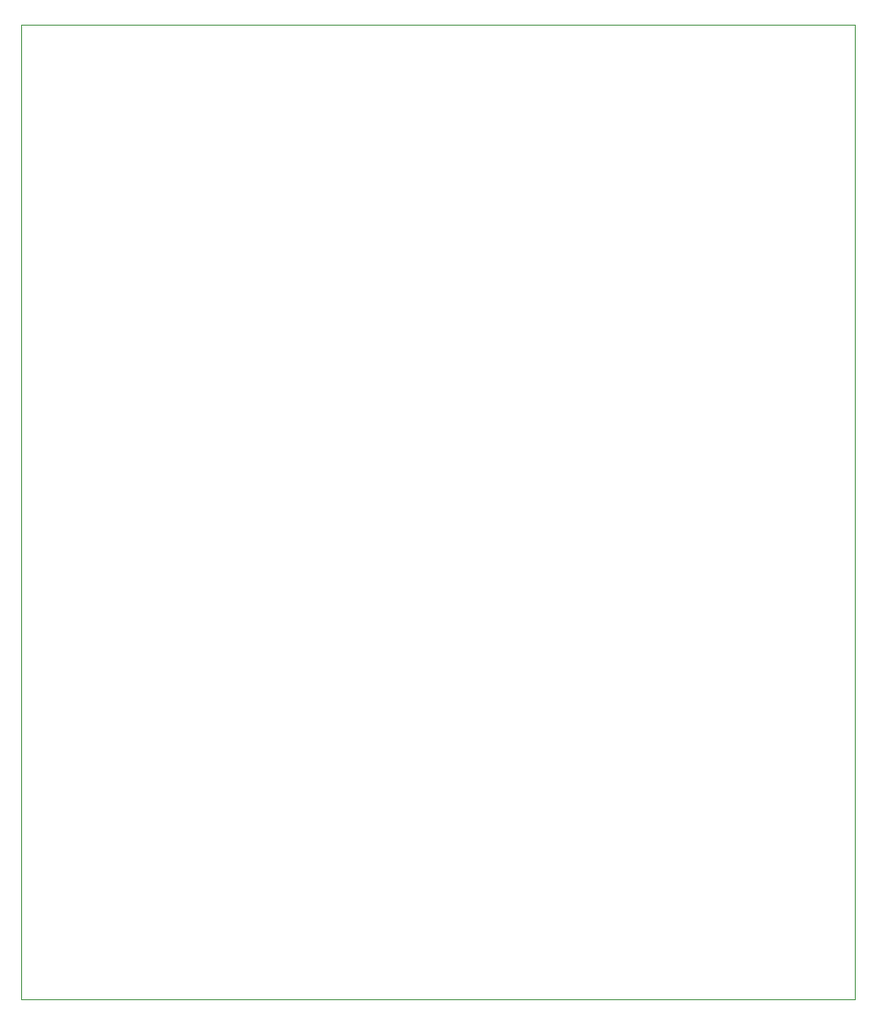
<source format=gbr>
%TF.GenerationSoftware,KiCad,Pcbnew,9.0.2*%
%TF.CreationDate,2025-08-31T18:29:42+02:00*%
%TF.ProjectId,PocketGamePCB,506f636b-6574-4476-916d-655043422e6b,rev?*%
%TF.SameCoordinates,Original*%
%TF.FileFunction,Profile,NP*%
%FSLAX46Y46*%
G04 Gerber Fmt 4.6, Leading zero omitted, Abs format (unit mm)*
G04 Created by KiCad (PCBNEW 9.0.2) date 2025-08-31 18:29:42*
%MOMM*%
%LPD*%
G01*
G04 APERTURE LIST*
%TA.AperFunction,Profile*%
%ADD10C,0.050000*%
%TD*%
G04 APERTURE END LIST*
D10*
X126500000Y-49250000D02*
X206500000Y-49250000D01*
X206500000Y-142750000D01*
X126500000Y-142750000D01*
X126500000Y-49250000D01*
M02*

</source>
